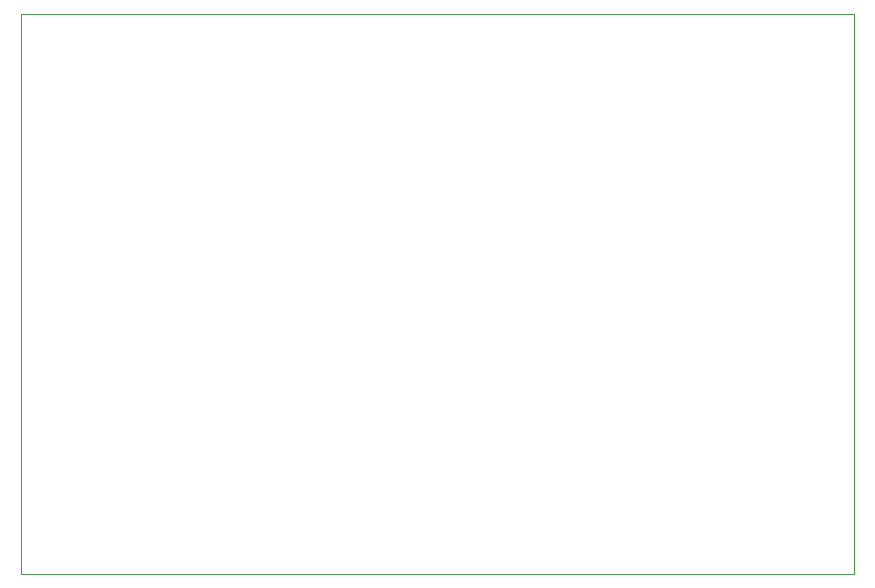
<source format=gbr>
%TF.GenerationSoftware,KiCad,Pcbnew,8.0.6*%
%TF.CreationDate,2024-12-21T17:19:29-08:00*%
%TF.ProjectId,PIC18F_DevBoard,50494331-3846-45f4-9465-76426f617264,rev?*%
%TF.SameCoordinates,Original*%
%TF.FileFunction,Profile,NP*%
%FSLAX46Y46*%
G04 Gerber Fmt 4.6, Leading zero omitted, Abs format (unit mm)*
G04 Created by KiCad (PCBNEW 8.0.6) date 2024-12-21 17:19:29*
%MOMM*%
%LPD*%
G01*
G04 APERTURE LIST*
%TA.AperFunction,Profile*%
%ADD10C,0.050000*%
%TD*%
G04 APERTURE END LIST*
D10*
X133985000Y-109093000D02*
X63500000Y-109093000D01*
X63500000Y-61722000D01*
X133985000Y-61722000D01*
X133985000Y-109093000D01*
M02*

</source>
